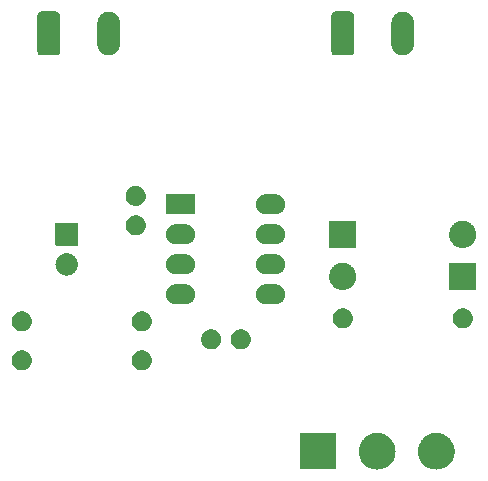
<source format=gbs>
G04 #@! TF.GenerationSoftware,KiCad,Pcbnew,8.0.6*
G04 #@! TF.CreationDate,2024-11-03T16:49:19-03:00*
G04 #@! TF.ProjectId,555-gerador-PWM-r01,3535352d-6765-4726-9164-6f722d50574d,rev?*
G04 #@! TF.SameCoordinates,Original*
G04 #@! TF.FileFunction,Soldermask,Bot*
G04 #@! TF.FilePolarity,Negative*
%FSLAX46Y46*%
G04 Gerber Fmt 4.6, Leading zero omitted, Abs format (unit mm)*
G04 Created by KiCad (PCBNEW 8.0.6) date 2024-11-03 16:49:19*
%MOMM*%
%LPD*%
G01*
G04 APERTURE LIST*
G04 APERTURE END LIST*
G36*
X153860940Y-124249000D02*
G01*
X153916231Y-124249000D01*
X153976647Y-124258106D01*
X154043380Y-124263358D01*
X154097167Y-124276271D01*
X154146096Y-124283646D01*
X154210039Y-124303369D01*
X154280767Y-124320350D01*
X154326493Y-124339290D01*
X154368235Y-124352166D01*
X154433768Y-124383725D01*
X154506317Y-124413776D01*
X154543559Y-124436597D01*
X154577672Y-124453026D01*
X154642561Y-124497267D01*
X154714474Y-124541335D01*
X154743267Y-124565927D01*
X154769745Y-124583979D01*
X154831570Y-124641344D01*
X154900114Y-124699886D01*
X154920927Y-124724255D01*
X154940155Y-124742096D01*
X154996367Y-124812585D01*
X155058665Y-124885526D01*
X155072367Y-124907886D01*
X155085090Y-124923840D01*
X155133066Y-125006937D01*
X155186224Y-125093683D01*
X155194032Y-125112535D01*
X155201320Y-125125157D01*
X155238486Y-125219855D01*
X155279650Y-125319233D01*
X155283054Y-125333412D01*
X155286248Y-125341550D01*
X155310168Y-125446351D01*
X155336642Y-125556620D01*
X155337328Y-125565345D01*
X155337978Y-125568190D01*
X155346448Y-125681230D01*
X155355796Y-125800000D01*
X155346448Y-125918779D01*
X155337978Y-126031809D01*
X155337328Y-126034653D01*
X155336642Y-126043380D01*
X155310163Y-126153668D01*
X155286248Y-126258449D01*
X155283054Y-126266585D01*
X155279650Y-126280767D01*
X155238478Y-126380162D01*
X155201320Y-126474842D01*
X155194034Y-126487461D01*
X155186224Y-126506317D01*
X155133056Y-126593078D01*
X155085090Y-126676159D01*
X155072370Y-126692109D01*
X155058665Y-126714474D01*
X154996355Y-126787429D01*
X154940155Y-126857903D01*
X154920931Y-126875739D01*
X154900114Y-126900114D01*
X154831556Y-126958667D01*
X154769745Y-127016020D01*
X154743273Y-127034067D01*
X154714474Y-127058665D01*
X154642547Y-127102741D01*
X154577672Y-127146973D01*
X154543566Y-127163397D01*
X154506317Y-127186224D01*
X154433753Y-127216280D01*
X154368235Y-127247833D01*
X154326503Y-127260705D01*
X154280767Y-127279650D01*
X154210024Y-127296633D01*
X154146096Y-127316353D01*
X154097176Y-127323726D01*
X154043380Y-127336642D01*
X153976643Y-127341894D01*
X153916231Y-127351000D01*
X153860940Y-127351000D01*
X153800000Y-127355796D01*
X153739060Y-127351000D01*
X153683769Y-127351000D01*
X153623355Y-127341894D01*
X153556620Y-127336642D01*
X153502824Y-127323726D01*
X153453903Y-127316353D01*
X153389970Y-127296632D01*
X153319233Y-127279650D01*
X153273499Y-127260706D01*
X153231764Y-127247833D01*
X153166239Y-127216278D01*
X153093683Y-127186224D01*
X153056436Y-127163399D01*
X153022325Y-127146972D01*
X152957439Y-127102733D01*
X152885526Y-127058665D01*
X152856730Y-127034071D01*
X152830257Y-127016022D01*
X152768437Y-126958662D01*
X152699886Y-126900114D01*
X152679071Y-126875743D01*
X152659844Y-126857903D01*
X152603629Y-126787411D01*
X152541335Y-126714474D01*
X152527633Y-126692114D01*
X152514909Y-126676159D01*
X152466926Y-126593050D01*
X152413776Y-126506317D01*
X152405968Y-126487467D01*
X152398679Y-126474842D01*
X152361502Y-126380116D01*
X152320350Y-126280767D01*
X152316946Y-126266591D01*
X152313751Y-126258449D01*
X152289815Y-126153583D01*
X152263358Y-126043380D01*
X152262671Y-126034660D01*
X152262021Y-126031809D01*
X152253531Y-125918513D01*
X152244204Y-125800000D01*
X152253530Y-125681496D01*
X152262021Y-125568190D01*
X152262671Y-125565338D01*
X152263358Y-125556620D01*
X152289811Y-125446435D01*
X152313751Y-125341550D01*
X152316947Y-125333405D01*
X152320350Y-125319233D01*
X152361494Y-125219901D01*
X152398679Y-125125157D01*
X152405969Y-125112529D01*
X152413776Y-125093683D01*
X152466916Y-125006965D01*
X152514909Y-124923840D01*
X152527635Y-124907880D01*
X152541335Y-124885526D01*
X152603617Y-124812602D01*
X152659844Y-124742096D01*
X152679076Y-124724251D01*
X152699886Y-124699886D01*
X152768424Y-124641349D01*
X152830257Y-124583977D01*
X152856736Y-124565923D01*
X152885526Y-124541335D01*
X152957424Y-124497275D01*
X153022325Y-124453027D01*
X153056444Y-124436595D01*
X153093683Y-124413776D01*
X153166224Y-124383728D01*
X153231764Y-124352166D01*
X153273509Y-124339289D01*
X153319233Y-124320350D01*
X153389956Y-124303370D01*
X153453903Y-124283646D01*
X153502833Y-124276271D01*
X153556620Y-124263358D01*
X153623352Y-124258106D01*
X153683769Y-124249000D01*
X153739060Y-124249000D01*
X153800000Y-124244204D01*
X153860940Y-124249000D01*
G37*
G36*
X158860940Y-124249000D02*
G01*
X158916231Y-124249000D01*
X158976647Y-124258106D01*
X159043380Y-124263358D01*
X159097167Y-124276271D01*
X159146096Y-124283646D01*
X159210039Y-124303369D01*
X159280767Y-124320350D01*
X159326493Y-124339290D01*
X159368235Y-124352166D01*
X159433768Y-124383725D01*
X159506317Y-124413776D01*
X159543559Y-124436597D01*
X159577672Y-124453026D01*
X159642561Y-124497267D01*
X159714474Y-124541335D01*
X159743267Y-124565927D01*
X159769745Y-124583979D01*
X159831570Y-124641344D01*
X159900114Y-124699886D01*
X159920927Y-124724255D01*
X159940155Y-124742096D01*
X159996367Y-124812585D01*
X160058665Y-124885526D01*
X160072367Y-124907886D01*
X160085090Y-124923840D01*
X160133066Y-125006937D01*
X160186224Y-125093683D01*
X160194032Y-125112535D01*
X160201320Y-125125157D01*
X160238486Y-125219855D01*
X160279650Y-125319233D01*
X160283054Y-125333412D01*
X160286248Y-125341550D01*
X160310168Y-125446351D01*
X160336642Y-125556620D01*
X160337328Y-125565345D01*
X160337978Y-125568190D01*
X160346448Y-125681230D01*
X160355796Y-125800000D01*
X160346448Y-125918779D01*
X160337978Y-126031809D01*
X160337328Y-126034653D01*
X160336642Y-126043380D01*
X160310163Y-126153668D01*
X160286248Y-126258449D01*
X160283054Y-126266585D01*
X160279650Y-126280767D01*
X160238478Y-126380162D01*
X160201320Y-126474842D01*
X160194034Y-126487461D01*
X160186224Y-126506317D01*
X160133056Y-126593078D01*
X160085090Y-126676159D01*
X160072370Y-126692109D01*
X160058665Y-126714474D01*
X159996355Y-126787429D01*
X159940155Y-126857903D01*
X159920931Y-126875739D01*
X159900114Y-126900114D01*
X159831556Y-126958667D01*
X159769745Y-127016020D01*
X159743273Y-127034067D01*
X159714474Y-127058665D01*
X159642547Y-127102741D01*
X159577672Y-127146973D01*
X159543566Y-127163397D01*
X159506317Y-127186224D01*
X159433753Y-127216280D01*
X159368235Y-127247833D01*
X159326503Y-127260705D01*
X159280767Y-127279650D01*
X159210024Y-127296633D01*
X159146096Y-127316353D01*
X159097176Y-127323726D01*
X159043380Y-127336642D01*
X158976643Y-127341894D01*
X158916231Y-127351000D01*
X158860940Y-127351000D01*
X158800000Y-127355796D01*
X158739060Y-127351000D01*
X158683769Y-127351000D01*
X158623355Y-127341894D01*
X158556620Y-127336642D01*
X158502824Y-127323726D01*
X158453903Y-127316353D01*
X158389970Y-127296632D01*
X158319233Y-127279650D01*
X158273499Y-127260706D01*
X158231764Y-127247833D01*
X158166239Y-127216278D01*
X158093683Y-127186224D01*
X158056436Y-127163399D01*
X158022325Y-127146972D01*
X157957439Y-127102733D01*
X157885526Y-127058665D01*
X157856730Y-127034071D01*
X157830257Y-127016022D01*
X157768437Y-126958662D01*
X157699886Y-126900114D01*
X157679071Y-126875743D01*
X157659844Y-126857903D01*
X157603629Y-126787411D01*
X157541335Y-126714474D01*
X157527633Y-126692114D01*
X157514909Y-126676159D01*
X157466926Y-126593050D01*
X157413776Y-126506317D01*
X157405968Y-126487467D01*
X157398679Y-126474842D01*
X157361502Y-126380116D01*
X157320350Y-126280767D01*
X157316946Y-126266591D01*
X157313751Y-126258449D01*
X157289815Y-126153583D01*
X157263358Y-126043380D01*
X157262671Y-126034660D01*
X157262021Y-126031809D01*
X157253531Y-125918513D01*
X157244204Y-125800000D01*
X157253530Y-125681496D01*
X157262021Y-125568190D01*
X157262671Y-125565338D01*
X157263358Y-125556620D01*
X157289811Y-125446435D01*
X157313751Y-125341550D01*
X157316947Y-125333405D01*
X157320350Y-125319233D01*
X157361494Y-125219901D01*
X157398679Y-125125157D01*
X157405969Y-125112529D01*
X157413776Y-125093683D01*
X157466916Y-125006965D01*
X157514909Y-124923840D01*
X157527635Y-124907880D01*
X157541335Y-124885526D01*
X157603617Y-124812602D01*
X157659844Y-124742096D01*
X157679076Y-124724251D01*
X157699886Y-124699886D01*
X157768424Y-124641349D01*
X157830257Y-124583977D01*
X157856736Y-124565923D01*
X157885526Y-124541335D01*
X157957424Y-124497275D01*
X158022325Y-124453027D01*
X158056444Y-124436595D01*
X158093683Y-124413776D01*
X158166224Y-124383728D01*
X158231764Y-124352166D01*
X158273509Y-124339289D01*
X158319233Y-124320350D01*
X158389956Y-124303370D01*
X158453903Y-124283646D01*
X158502833Y-124276271D01*
X158556620Y-124263358D01*
X158623352Y-124258106D01*
X158683769Y-124249000D01*
X158739060Y-124249000D01*
X158800000Y-124244204D01*
X158860940Y-124249000D01*
G37*
G36*
X150319899Y-124251959D02*
G01*
X150336769Y-124263231D01*
X150348041Y-124280101D01*
X150350999Y-124294978D01*
X150351000Y-127305023D01*
X150348041Y-127319899D01*
X150336769Y-127336769D01*
X150319899Y-127348041D01*
X150305022Y-127350999D01*
X147294977Y-127351000D01*
X147280101Y-127348041D01*
X147263231Y-127336769D01*
X147251959Y-127319899D01*
X147249001Y-127305023D01*
X147249000Y-127305020D01*
X147249000Y-124294977D01*
X147251959Y-124280100D01*
X147263231Y-124263231D01*
X147280098Y-124251960D01*
X147280100Y-124251959D01*
X147280101Y-124251959D01*
X147285082Y-124250968D01*
X147294979Y-124249000D01*
X150305022Y-124249000D01*
X150305023Y-124249000D01*
X150319899Y-124251959D01*
G37*
G36*
X123739199Y-117263662D02*
G01*
X123786954Y-117263662D01*
X123828194Y-117272427D01*
X123863901Y-117275945D01*
X123908759Y-117289552D01*
X123960973Y-117300651D01*
X123994384Y-117315526D01*
X124023435Y-117324339D01*
X124069602Y-117349015D01*
X124123500Y-117373012D01*
X124148554Y-117391215D01*
X124170453Y-117402920D01*
X124215128Y-117439584D01*
X124267430Y-117477584D01*
X124284411Y-117496443D01*
X124299320Y-117508679D01*
X124339387Y-117557501D01*
X124386473Y-117609795D01*
X124396364Y-117626927D01*
X124405079Y-117637546D01*
X124437306Y-117697840D01*
X124475427Y-117763867D01*
X124479813Y-117777368D01*
X124483660Y-117784564D01*
X124504861Y-117854455D01*
X124530404Y-117933067D01*
X124531303Y-117941623D01*
X124532054Y-117944098D01*
X124539371Y-118018389D01*
X124549000Y-118110000D01*
X124539370Y-118201619D01*
X124532054Y-118275901D01*
X124531303Y-118278375D01*
X124530404Y-118286933D01*
X124504856Y-118365558D01*
X124483660Y-118435435D01*
X124479814Y-118442629D01*
X124475427Y-118456133D01*
X124437299Y-118522172D01*
X124405079Y-118582453D01*
X124396366Y-118593069D01*
X124386473Y-118610205D01*
X124339378Y-118662509D01*
X124299320Y-118711320D01*
X124284414Y-118723552D01*
X124267430Y-118742416D01*
X124215118Y-118780423D01*
X124170453Y-118817079D01*
X124148559Y-118828780D01*
X124123500Y-118846988D01*
X124069591Y-118870989D01*
X124023435Y-118895660D01*
X123994391Y-118904470D01*
X123960973Y-118919349D01*
X123908748Y-118930449D01*
X123863901Y-118944054D01*
X123828203Y-118947570D01*
X123786954Y-118956338D01*
X123739188Y-118956338D01*
X123698000Y-118960395D01*
X123656811Y-118956338D01*
X123609046Y-118956338D01*
X123567797Y-118947570D01*
X123532098Y-118944054D01*
X123487248Y-118930448D01*
X123435027Y-118919349D01*
X123401610Y-118904471D01*
X123372564Y-118895660D01*
X123326402Y-118870986D01*
X123272500Y-118846988D01*
X123247443Y-118828783D01*
X123225546Y-118817079D01*
X123180873Y-118780416D01*
X123128570Y-118742416D01*
X123111588Y-118723555D01*
X123096679Y-118711320D01*
X123056610Y-118662496D01*
X123009527Y-118610205D01*
X122999636Y-118593073D01*
X122990920Y-118582453D01*
X122958687Y-118522148D01*
X122920573Y-118456133D01*
X122916186Y-118442634D01*
X122912339Y-118435435D01*
X122891128Y-118365512D01*
X122865596Y-118286933D01*
X122864697Y-118278380D01*
X122863945Y-118275901D01*
X122856613Y-118201467D01*
X122847000Y-118110000D01*
X122856612Y-118018540D01*
X122863945Y-117944098D01*
X122864697Y-117941618D01*
X122865596Y-117933067D01*
X122891123Y-117854502D01*
X122912339Y-117784564D01*
X122916187Y-117777363D01*
X122920573Y-117763867D01*
X122958680Y-117697863D01*
X122990920Y-117637546D01*
X122999638Y-117626923D01*
X123009527Y-117609795D01*
X123056601Y-117557513D01*
X123096679Y-117508679D01*
X123111591Y-117496440D01*
X123128570Y-117477584D01*
X123180862Y-117439591D01*
X123225546Y-117402920D01*
X123247448Y-117391213D01*
X123272500Y-117373012D01*
X123326391Y-117349018D01*
X123372564Y-117324339D01*
X123401617Y-117315525D01*
X123435027Y-117300651D01*
X123487237Y-117289553D01*
X123532098Y-117275945D01*
X123567806Y-117272427D01*
X123609046Y-117263662D01*
X123656801Y-117263662D01*
X123698000Y-117259604D01*
X123739199Y-117263662D01*
G37*
G36*
X133899199Y-117263662D02*
G01*
X133946954Y-117263662D01*
X133988194Y-117272427D01*
X134023901Y-117275945D01*
X134068759Y-117289552D01*
X134120973Y-117300651D01*
X134154384Y-117315526D01*
X134183435Y-117324339D01*
X134229602Y-117349015D01*
X134283500Y-117373012D01*
X134308554Y-117391215D01*
X134330453Y-117402920D01*
X134375128Y-117439584D01*
X134427430Y-117477584D01*
X134444411Y-117496443D01*
X134459320Y-117508679D01*
X134499387Y-117557501D01*
X134546473Y-117609795D01*
X134556364Y-117626927D01*
X134565079Y-117637546D01*
X134597306Y-117697840D01*
X134635427Y-117763867D01*
X134639813Y-117777368D01*
X134643660Y-117784564D01*
X134664861Y-117854455D01*
X134690404Y-117933067D01*
X134691303Y-117941623D01*
X134692054Y-117944098D01*
X134699371Y-118018389D01*
X134709000Y-118110000D01*
X134699370Y-118201619D01*
X134692054Y-118275901D01*
X134691303Y-118278375D01*
X134690404Y-118286933D01*
X134664856Y-118365558D01*
X134643660Y-118435435D01*
X134639814Y-118442629D01*
X134635427Y-118456133D01*
X134597299Y-118522172D01*
X134565079Y-118582453D01*
X134556366Y-118593069D01*
X134546473Y-118610205D01*
X134499378Y-118662509D01*
X134459320Y-118711320D01*
X134444414Y-118723552D01*
X134427430Y-118742416D01*
X134375118Y-118780423D01*
X134330453Y-118817079D01*
X134308559Y-118828780D01*
X134283500Y-118846988D01*
X134229591Y-118870989D01*
X134183435Y-118895660D01*
X134154391Y-118904470D01*
X134120973Y-118919349D01*
X134068748Y-118930449D01*
X134023901Y-118944054D01*
X133988203Y-118947570D01*
X133946954Y-118956338D01*
X133899188Y-118956338D01*
X133858000Y-118960395D01*
X133816811Y-118956338D01*
X133769046Y-118956338D01*
X133727797Y-118947570D01*
X133692098Y-118944054D01*
X133647248Y-118930448D01*
X133595027Y-118919349D01*
X133561610Y-118904471D01*
X133532564Y-118895660D01*
X133486402Y-118870986D01*
X133432500Y-118846988D01*
X133407443Y-118828783D01*
X133385546Y-118817079D01*
X133340873Y-118780416D01*
X133288570Y-118742416D01*
X133271588Y-118723555D01*
X133256679Y-118711320D01*
X133216610Y-118662496D01*
X133169527Y-118610205D01*
X133159636Y-118593073D01*
X133150920Y-118582453D01*
X133118687Y-118522148D01*
X133080573Y-118456133D01*
X133076186Y-118442634D01*
X133072339Y-118435435D01*
X133051128Y-118365512D01*
X133025596Y-118286933D01*
X133024697Y-118278380D01*
X133023945Y-118275901D01*
X133016613Y-118201467D01*
X133007000Y-118110000D01*
X133016612Y-118018540D01*
X133023945Y-117944098D01*
X133024697Y-117941618D01*
X133025596Y-117933067D01*
X133051123Y-117854502D01*
X133072339Y-117784564D01*
X133076187Y-117777363D01*
X133080573Y-117763867D01*
X133118680Y-117697863D01*
X133150920Y-117637546D01*
X133159638Y-117626923D01*
X133169527Y-117609795D01*
X133216601Y-117557513D01*
X133256679Y-117508679D01*
X133271591Y-117496440D01*
X133288570Y-117477584D01*
X133340862Y-117439591D01*
X133385546Y-117402920D01*
X133407448Y-117391213D01*
X133432500Y-117373012D01*
X133486391Y-117349018D01*
X133532564Y-117324339D01*
X133561617Y-117315525D01*
X133595027Y-117300651D01*
X133647237Y-117289553D01*
X133692098Y-117275945D01*
X133727806Y-117272427D01*
X133769046Y-117263662D01*
X133816801Y-117263662D01*
X133858000Y-117259604D01*
X133899199Y-117263662D01*
G37*
G36*
X139781199Y-115485662D02*
G01*
X139828954Y-115485662D01*
X139870194Y-115494427D01*
X139905901Y-115497945D01*
X139950759Y-115511552D01*
X140002973Y-115522651D01*
X140036384Y-115537526D01*
X140065435Y-115546339D01*
X140111602Y-115571015D01*
X140165500Y-115595012D01*
X140190554Y-115613215D01*
X140212453Y-115624920D01*
X140257128Y-115661584D01*
X140309430Y-115699584D01*
X140326411Y-115718443D01*
X140341320Y-115730679D01*
X140381387Y-115779501D01*
X140428473Y-115831795D01*
X140438364Y-115848927D01*
X140447079Y-115859546D01*
X140479306Y-115919840D01*
X140517427Y-115985867D01*
X140521813Y-115999368D01*
X140525660Y-116006564D01*
X140546861Y-116076455D01*
X140572404Y-116155067D01*
X140573303Y-116163623D01*
X140574054Y-116166098D01*
X140581371Y-116240389D01*
X140591000Y-116332000D01*
X140581370Y-116423619D01*
X140574054Y-116497901D01*
X140573303Y-116500375D01*
X140572404Y-116508933D01*
X140546856Y-116587558D01*
X140525660Y-116657435D01*
X140521814Y-116664629D01*
X140517427Y-116678133D01*
X140479299Y-116744172D01*
X140447079Y-116804453D01*
X140438366Y-116815069D01*
X140428473Y-116832205D01*
X140381378Y-116884509D01*
X140341320Y-116933320D01*
X140326414Y-116945552D01*
X140309430Y-116964416D01*
X140257118Y-117002423D01*
X140212453Y-117039079D01*
X140190559Y-117050780D01*
X140165500Y-117068988D01*
X140111591Y-117092989D01*
X140065435Y-117117660D01*
X140036391Y-117126470D01*
X140002973Y-117141349D01*
X139950748Y-117152449D01*
X139905901Y-117166054D01*
X139870203Y-117169570D01*
X139828954Y-117178338D01*
X139781188Y-117178338D01*
X139740000Y-117182395D01*
X139698811Y-117178338D01*
X139651046Y-117178338D01*
X139609797Y-117169570D01*
X139574098Y-117166054D01*
X139529248Y-117152448D01*
X139477027Y-117141349D01*
X139443610Y-117126471D01*
X139414564Y-117117660D01*
X139368402Y-117092986D01*
X139314500Y-117068988D01*
X139289443Y-117050783D01*
X139267546Y-117039079D01*
X139222873Y-117002416D01*
X139170570Y-116964416D01*
X139153588Y-116945555D01*
X139138679Y-116933320D01*
X139098610Y-116884496D01*
X139051527Y-116832205D01*
X139041636Y-116815073D01*
X139032920Y-116804453D01*
X139000687Y-116744148D01*
X138962573Y-116678133D01*
X138958186Y-116664634D01*
X138954339Y-116657435D01*
X138933128Y-116587512D01*
X138907596Y-116508933D01*
X138906697Y-116500380D01*
X138905945Y-116497901D01*
X138898613Y-116423467D01*
X138889000Y-116332000D01*
X138898612Y-116240540D01*
X138905945Y-116166098D01*
X138906697Y-116163618D01*
X138907596Y-116155067D01*
X138933123Y-116076502D01*
X138954339Y-116006564D01*
X138958187Y-115999363D01*
X138962573Y-115985867D01*
X139000680Y-115919863D01*
X139032920Y-115859546D01*
X139041638Y-115848923D01*
X139051527Y-115831795D01*
X139098601Y-115779513D01*
X139138679Y-115730679D01*
X139153591Y-115718440D01*
X139170570Y-115699584D01*
X139222862Y-115661591D01*
X139267546Y-115624920D01*
X139289448Y-115613213D01*
X139314500Y-115595012D01*
X139368391Y-115571018D01*
X139414564Y-115546339D01*
X139443617Y-115537525D01*
X139477027Y-115522651D01*
X139529237Y-115511553D01*
X139574098Y-115497945D01*
X139609806Y-115494427D01*
X139651046Y-115485662D01*
X139698801Y-115485662D01*
X139740000Y-115481604D01*
X139781199Y-115485662D01*
G37*
G36*
X142281199Y-115485662D02*
G01*
X142328954Y-115485662D01*
X142370194Y-115494427D01*
X142405901Y-115497945D01*
X142450759Y-115511552D01*
X142502973Y-115522651D01*
X142536384Y-115537526D01*
X142565435Y-115546339D01*
X142611602Y-115571015D01*
X142665500Y-115595012D01*
X142690554Y-115613215D01*
X142712453Y-115624920D01*
X142757128Y-115661584D01*
X142809430Y-115699584D01*
X142826411Y-115718443D01*
X142841320Y-115730679D01*
X142881387Y-115779501D01*
X142928473Y-115831795D01*
X142938364Y-115848927D01*
X142947079Y-115859546D01*
X142979306Y-115919840D01*
X143017427Y-115985867D01*
X143021813Y-115999368D01*
X143025660Y-116006564D01*
X143046861Y-116076455D01*
X143072404Y-116155067D01*
X143073303Y-116163623D01*
X143074054Y-116166098D01*
X143081371Y-116240389D01*
X143091000Y-116332000D01*
X143081370Y-116423619D01*
X143074054Y-116497901D01*
X143073303Y-116500375D01*
X143072404Y-116508933D01*
X143046856Y-116587558D01*
X143025660Y-116657435D01*
X143021814Y-116664629D01*
X143017427Y-116678133D01*
X142979299Y-116744172D01*
X142947079Y-116804453D01*
X142938366Y-116815069D01*
X142928473Y-116832205D01*
X142881378Y-116884509D01*
X142841320Y-116933320D01*
X142826414Y-116945552D01*
X142809430Y-116964416D01*
X142757118Y-117002423D01*
X142712453Y-117039079D01*
X142690559Y-117050780D01*
X142665500Y-117068988D01*
X142611591Y-117092989D01*
X142565435Y-117117660D01*
X142536391Y-117126470D01*
X142502973Y-117141349D01*
X142450748Y-117152449D01*
X142405901Y-117166054D01*
X142370203Y-117169570D01*
X142328954Y-117178338D01*
X142281188Y-117178338D01*
X142240000Y-117182395D01*
X142198811Y-117178338D01*
X142151046Y-117178338D01*
X142109797Y-117169570D01*
X142074098Y-117166054D01*
X142029248Y-117152448D01*
X141977027Y-117141349D01*
X141943610Y-117126471D01*
X141914564Y-117117660D01*
X141868402Y-117092986D01*
X141814500Y-117068988D01*
X141789443Y-117050783D01*
X141767546Y-117039079D01*
X141722873Y-117002416D01*
X141670570Y-116964416D01*
X141653588Y-116945555D01*
X141638679Y-116933320D01*
X141598610Y-116884496D01*
X141551527Y-116832205D01*
X141541636Y-116815073D01*
X141532920Y-116804453D01*
X141500687Y-116744148D01*
X141462573Y-116678133D01*
X141458186Y-116664634D01*
X141454339Y-116657435D01*
X141433128Y-116587512D01*
X141407596Y-116508933D01*
X141406697Y-116500380D01*
X141405945Y-116497901D01*
X141398613Y-116423467D01*
X141389000Y-116332000D01*
X141398612Y-116240540D01*
X141405945Y-116166098D01*
X141406697Y-116163618D01*
X141407596Y-116155067D01*
X141433123Y-116076502D01*
X141454339Y-116006564D01*
X141458187Y-115999363D01*
X141462573Y-115985867D01*
X141500680Y-115919863D01*
X141532920Y-115859546D01*
X141541638Y-115848923D01*
X141551527Y-115831795D01*
X141598601Y-115779513D01*
X141638679Y-115730679D01*
X141653591Y-115718440D01*
X141670570Y-115699584D01*
X141722862Y-115661591D01*
X141767546Y-115624920D01*
X141789448Y-115613213D01*
X141814500Y-115595012D01*
X141868391Y-115571018D01*
X141914564Y-115546339D01*
X141943617Y-115537525D01*
X141977027Y-115522651D01*
X142029237Y-115511553D01*
X142074098Y-115497945D01*
X142109806Y-115494427D01*
X142151046Y-115485662D01*
X142198801Y-115485662D01*
X142240000Y-115481604D01*
X142281199Y-115485662D01*
G37*
G36*
X123739199Y-113961662D02*
G01*
X123786954Y-113961662D01*
X123828194Y-113970427D01*
X123863901Y-113973945D01*
X123908759Y-113987552D01*
X123960973Y-113998651D01*
X123994384Y-114013526D01*
X124023435Y-114022339D01*
X124069602Y-114047015D01*
X124123500Y-114071012D01*
X124148554Y-114089215D01*
X124170453Y-114100920D01*
X124215128Y-114137584D01*
X124267430Y-114175584D01*
X124284411Y-114194443D01*
X124299320Y-114206679D01*
X124339387Y-114255501D01*
X124386473Y-114307795D01*
X124396364Y-114324927D01*
X124405079Y-114335546D01*
X124437306Y-114395840D01*
X124475427Y-114461867D01*
X124479813Y-114475368D01*
X124483660Y-114482564D01*
X124504861Y-114552455D01*
X124530404Y-114631067D01*
X124531303Y-114639623D01*
X124532054Y-114642098D01*
X124539371Y-114716389D01*
X124549000Y-114808000D01*
X124539370Y-114899619D01*
X124532054Y-114973901D01*
X124531303Y-114976375D01*
X124530404Y-114984933D01*
X124504856Y-115063558D01*
X124483660Y-115133435D01*
X124479814Y-115140629D01*
X124475427Y-115154133D01*
X124437299Y-115220172D01*
X124405079Y-115280453D01*
X124396366Y-115291069D01*
X124386473Y-115308205D01*
X124339378Y-115360509D01*
X124299320Y-115409320D01*
X124284414Y-115421552D01*
X124267430Y-115440416D01*
X124215118Y-115478423D01*
X124170453Y-115515079D01*
X124148559Y-115526780D01*
X124123500Y-115544988D01*
X124069591Y-115568989D01*
X124023435Y-115593660D01*
X123994391Y-115602470D01*
X123960973Y-115617349D01*
X123908748Y-115628449D01*
X123863901Y-115642054D01*
X123828203Y-115645570D01*
X123786954Y-115654338D01*
X123739188Y-115654338D01*
X123698000Y-115658395D01*
X123656811Y-115654338D01*
X123609046Y-115654338D01*
X123567797Y-115645570D01*
X123532098Y-115642054D01*
X123487248Y-115628448D01*
X123435027Y-115617349D01*
X123401610Y-115602471D01*
X123372564Y-115593660D01*
X123326402Y-115568986D01*
X123272500Y-115544988D01*
X123247443Y-115526783D01*
X123225546Y-115515079D01*
X123180873Y-115478416D01*
X123128570Y-115440416D01*
X123111588Y-115421555D01*
X123096679Y-115409320D01*
X123056610Y-115360496D01*
X123009527Y-115308205D01*
X122999636Y-115291073D01*
X122990920Y-115280453D01*
X122958687Y-115220148D01*
X122920573Y-115154133D01*
X122916186Y-115140634D01*
X122912339Y-115133435D01*
X122891128Y-115063512D01*
X122865596Y-114984933D01*
X122864697Y-114976380D01*
X122863945Y-114973901D01*
X122856613Y-114899467D01*
X122847000Y-114808000D01*
X122856612Y-114716540D01*
X122863945Y-114642098D01*
X122864697Y-114639618D01*
X122865596Y-114631067D01*
X122891123Y-114552502D01*
X122912339Y-114482564D01*
X122916187Y-114475363D01*
X122920573Y-114461867D01*
X122958680Y-114395863D01*
X122990920Y-114335546D01*
X122999638Y-114324923D01*
X123009527Y-114307795D01*
X123056601Y-114255513D01*
X123096679Y-114206679D01*
X123111591Y-114194440D01*
X123128570Y-114175584D01*
X123180862Y-114137591D01*
X123225546Y-114100920D01*
X123247448Y-114089213D01*
X123272500Y-114071012D01*
X123326391Y-114047018D01*
X123372564Y-114022339D01*
X123401617Y-114013525D01*
X123435027Y-113998651D01*
X123487237Y-113987553D01*
X123532098Y-113973945D01*
X123567806Y-113970427D01*
X123609046Y-113961662D01*
X123656801Y-113961662D01*
X123698000Y-113957604D01*
X123739199Y-113961662D01*
G37*
G36*
X133899199Y-113961662D02*
G01*
X133946954Y-113961662D01*
X133988194Y-113970427D01*
X134023901Y-113973945D01*
X134068759Y-113987552D01*
X134120973Y-113998651D01*
X134154384Y-114013526D01*
X134183435Y-114022339D01*
X134229602Y-114047015D01*
X134283500Y-114071012D01*
X134308554Y-114089215D01*
X134330453Y-114100920D01*
X134375128Y-114137584D01*
X134427430Y-114175584D01*
X134444411Y-114194443D01*
X134459320Y-114206679D01*
X134499387Y-114255501D01*
X134546473Y-114307795D01*
X134556364Y-114324927D01*
X134565079Y-114335546D01*
X134597306Y-114395840D01*
X134635427Y-114461867D01*
X134639813Y-114475368D01*
X134643660Y-114482564D01*
X134664861Y-114552455D01*
X134690404Y-114631067D01*
X134691303Y-114639623D01*
X134692054Y-114642098D01*
X134699371Y-114716389D01*
X134709000Y-114808000D01*
X134699370Y-114899619D01*
X134692054Y-114973901D01*
X134691303Y-114976375D01*
X134690404Y-114984933D01*
X134664856Y-115063558D01*
X134643660Y-115133435D01*
X134639814Y-115140629D01*
X134635427Y-115154133D01*
X134597299Y-115220172D01*
X134565079Y-115280453D01*
X134556366Y-115291069D01*
X134546473Y-115308205D01*
X134499378Y-115360509D01*
X134459320Y-115409320D01*
X134444414Y-115421552D01*
X134427430Y-115440416D01*
X134375118Y-115478423D01*
X134330453Y-115515079D01*
X134308559Y-115526780D01*
X134283500Y-115544988D01*
X134229591Y-115568989D01*
X134183435Y-115593660D01*
X134154391Y-115602470D01*
X134120973Y-115617349D01*
X134068748Y-115628449D01*
X134023901Y-115642054D01*
X133988203Y-115645570D01*
X133946954Y-115654338D01*
X133899188Y-115654338D01*
X133858000Y-115658395D01*
X133816811Y-115654338D01*
X133769046Y-115654338D01*
X133727797Y-115645570D01*
X133692098Y-115642054D01*
X133647248Y-115628448D01*
X133595027Y-115617349D01*
X133561610Y-115602471D01*
X133532564Y-115593660D01*
X133486402Y-115568986D01*
X133432500Y-115544988D01*
X133407443Y-115526783D01*
X133385546Y-115515079D01*
X133340873Y-115478416D01*
X133288570Y-115440416D01*
X133271588Y-115421555D01*
X133256679Y-115409320D01*
X133216610Y-115360496D01*
X133169527Y-115308205D01*
X133159636Y-115291073D01*
X133150920Y-115280453D01*
X133118687Y-115220148D01*
X133080573Y-115154133D01*
X133076186Y-115140634D01*
X133072339Y-115133435D01*
X133051128Y-115063512D01*
X133025596Y-114984933D01*
X133024697Y-114976380D01*
X133023945Y-114973901D01*
X133016613Y-114899467D01*
X133007000Y-114808000D01*
X133016612Y-114716540D01*
X133023945Y-114642098D01*
X133024697Y-114639618D01*
X133025596Y-114631067D01*
X133051123Y-114552502D01*
X133072339Y-114482564D01*
X133076187Y-114475363D01*
X133080573Y-114461867D01*
X133118680Y-114395863D01*
X133150920Y-114335546D01*
X133159638Y-114324923D01*
X133169527Y-114307795D01*
X133216601Y-114255513D01*
X133256679Y-114206679D01*
X133271591Y-114194440D01*
X133288570Y-114175584D01*
X133340862Y-114137591D01*
X133385546Y-114100920D01*
X133407448Y-114089213D01*
X133432500Y-114071012D01*
X133486391Y-114047018D01*
X133532564Y-114022339D01*
X133561617Y-114013525D01*
X133595027Y-113998651D01*
X133647237Y-113987553D01*
X133692098Y-113973945D01*
X133727806Y-113970427D01*
X133769046Y-113961662D01*
X133816801Y-113961662D01*
X133858000Y-113957604D01*
X133899199Y-113961662D01*
G37*
G36*
X150917199Y-113707662D02*
G01*
X150964954Y-113707662D01*
X151006194Y-113716427D01*
X151041901Y-113719945D01*
X151086759Y-113733552D01*
X151138973Y-113744651D01*
X151172384Y-113759526D01*
X151201435Y-113768339D01*
X151247602Y-113793015D01*
X151301500Y-113817012D01*
X151326554Y-113835215D01*
X151348453Y-113846920D01*
X151393128Y-113883584D01*
X151445430Y-113921584D01*
X151462411Y-113940443D01*
X151477320Y-113952679D01*
X151517387Y-114001501D01*
X151564473Y-114053795D01*
X151574364Y-114070927D01*
X151583079Y-114081546D01*
X151615306Y-114141840D01*
X151653427Y-114207867D01*
X151657813Y-114221368D01*
X151661660Y-114228564D01*
X151682861Y-114298455D01*
X151708404Y-114377067D01*
X151709303Y-114385623D01*
X151710054Y-114388098D01*
X151717371Y-114462389D01*
X151727000Y-114554000D01*
X151717370Y-114645619D01*
X151710054Y-114719901D01*
X151709303Y-114722375D01*
X151708404Y-114730933D01*
X151682856Y-114809558D01*
X151661660Y-114879435D01*
X151657814Y-114886629D01*
X151653427Y-114900133D01*
X151615299Y-114966172D01*
X151583079Y-115026453D01*
X151574366Y-115037069D01*
X151564473Y-115054205D01*
X151517378Y-115106509D01*
X151477320Y-115155320D01*
X151462414Y-115167552D01*
X151445430Y-115186416D01*
X151393118Y-115224423D01*
X151348453Y-115261079D01*
X151326559Y-115272780D01*
X151301500Y-115290988D01*
X151247591Y-115314989D01*
X151201435Y-115339660D01*
X151172391Y-115348470D01*
X151138973Y-115363349D01*
X151086748Y-115374449D01*
X151041901Y-115388054D01*
X151006203Y-115391570D01*
X150964954Y-115400338D01*
X150917188Y-115400338D01*
X150876000Y-115404395D01*
X150834811Y-115400338D01*
X150787046Y-115400338D01*
X150745797Y-115391570D01*
X150710098Y-115388054D01*
X150665248Y-115374448D01*
X150613027Y-115363349D01*
X150579610Y-115348471D01*
X150550564Y-115339660D01*
X150504402Y-115314986D01*
X150450500Y-115290988D01*
X150425443Y-115272783D01*
X150403546Y-115261079D01*
X150358873Y-115224416D01*
X150306570Y-115186416D01*
X150289588Y-115167555D01*
X150274679Y-115155320D01*
X150234610Y-115106496D01*
X150187527Y-115054205D01*
X150177636Y-115037073D01*
X150168920Y-115026453D01*
X150136687Y-114966148D01*
X150098573Y-114900133D01*
X150094186Y-114886634D01*
X150090339Y-114879435D01*
X150069128Y-114809512D01*
X150043596Y-114730933D01*
X150042697Y-114722380D01*
X150041945Y-114719901D01*
X150034613Y-114645467D01*
X150025000Y-114554000D01*
X150034612Y-114462540D01*
X150041945Y-114388098D01*
X150042697Y-114385618D01*
X150043596Y-114377067D01*
X150069123Y-114298502D01*
X150090339Y-114228564D01*
X150094187Y-114221363D01*
X150098573Y-114207867D01*
X150136680Y-114141863D01*
X150168920Y-114081546D01*
X150177638Y-114070923D01*
X150187527Y-114053795D01*
X150234601Y-114001513D01*
X150274679Y-113952679D01*
X150289591Y-113940440D01*
X150306570Y-113921584D01*
X150358862Y-113883591D01*
X150403546Y-113846920D01*
X150425448Y-113835213D01*
X150450500Y-113817012D01*
X150504391Y-113793018D01*
X150550564Y-113768339D01*
X150579617Y-113759525D01*
X150613027Y-113744651D01*
X150665237Y-113733553D01*
X150710098Y-113719945D01*
X150745806Y-113716427D01*
X150787046Y-113707662D01*
X150834801Y-113707662D01*
X150876000Y-113703604D01*
X150917199Y-113707662D01*
G37*
G36*
X161077199Y-113707662D02*
G01*
X161124954Y-113707662D01*
X161166194Y-113716427D01*
X161201901Y-113719945D01*
X161246759Y-113733552D01*
X161298973Y-113744651D01*
X161332384Y-113759526D01*
X161361435Y-113768339D01*
X161407602Y-113793015D01*
X161461500Y-113817012D01*
X161486554Y-113835215D01*
X161508453Y-113846920D01*
X161553128Y-113883584D01*
X161605430Y-113921584D01*
X161622411Y-113940443D01*
X161637320Y-113952679D01*
X161677387Y-114001501D01*
X161724473Y-114053795D01*
X161734364Y-114070927D01*
X161743079Y-114081546D01*
X161775306Y-114141840D01*
X161813427Y-114207867D01*
X161817813Y-114221368D01*
X161821660Y-114228564D01*
X161842861Y-114298455D01*
X161868404Y-114377067D01*
X161869303Y-114385623D01*
X161870054Y-114388098D01*
X161877371Y-114462389D01*
X161887000Y-114554000D01*
X161877370Y-114645619D01*
X161870054Y-114719901D01*
X161869303Y-114722375D01*
X161868404Y-114730933D01*
X161842856Y-114809558D01*
X161821660Y-114879435D01*
X161817814Y-114886629D01*
X161813427Y-114900133D01*
X161775299Y-114966172D01*
X161743079Y-115026453D01*
X161734366Y-115037069D01*
X161724473Y-115054205D01*
X161677378Y-115106509D01*
X161637320Y-115155320D01*
X161622414Y-115167552D01*
X161605430Y-115186416D01*
X161553118Y-115224423D01*
X161508453Y-115261079D01*
X161486559Y-115272780D01*
X161461500Y-115290988D01*
X161407591Y-115314989D01*
X161361435Y-115339660D01*
X161332391Y-115348470D01*
X161298973Y-115363349D01*
X161246748Y-115374449D01*
X161201901Y-115388054D01*
X161166203Y-115391570D01*
X161124954Y-115400338D01*
X161077188Y-115400338D01*
X161036000Y-115404395D01*
X160994811Y-115400338D01*
X160947046Y-115400338D01*
X160905797Y-115391570D01*
X160870098Y-115388054D01*
X160825248Y-115374448D01*
X160773027Y-115363349D01*
X160739610Y-115348471D01*
X160710564Y-115339660D01*
X160664402Y-115314986D01*
X160610500Y-115290988D01*
X160585443Y-115272783D01*
X160563546Y-115261079D01*
X160518873Y-115224416D01*
X160466570Y-115186416D01*
X160449588Y-115167555D01*
X160434679Y-115155320D01*
X160394610Y-115106496D01*
X160347527Y-115054205D01*
X160337636Y-115037073D01*
X160328920Y-115026453D01*
X160296687Y-114966148D01*
X160258573Y-114900133D01*
X160254186Y-114886634D01*
X160250339Y-114879435D01*
X160229128Y-114809512D01*
X160203596Y-114730933D01*
X160202697Y-114722380D01*
X160201945Y-114719901D01*
X160194613Y-114645467D01*
X160185000Y-114554000D01*
X160194612Y-114462540D01*
X160201945Y-114388098D01*
X160202697Y-114385618D01*
X160203596Y-114377067D01*
X160229123Y-114298502D01*
X160250339Y-114228564D01*
X160254187Y-114221363D01*
X160258573Y-114207867D01*
X160296680Y-114141863D01*
X160328920Y-114081546D01*
X160337638Y-114070923D01*
X160347527Y-114053795D01*
X160394601Y-114001513D01*
X160434679Y-113952679D01*
X160449591Y-113940440D01*
X160466570Y-113921584D01*
X160518862Y-113883591D01*
X160563546Y-113846920D01*
X160585448Y-113835213D01*
X160610500Y-113817012D01*
X160664391Y-113793018D01*
X160710564Y-113768339D01*
X160739617Y-113759525D01*
X160773027Y-113744651D01*
X160825237Y-113733553D01*
X160870098Y-113719945D01*
X160905806Y-113716427D01*
X160947046Y-113707662D01*
X160994801Y-113707662D01*
X161036000Y-113703604D01*
X161077199Y-113707662D01*
G37*
G36*
X137643413Y-111675098D02*
G01*
X137807032Y-111707644D01*
X137961159Y-111771485D01*
X138099869Y-111864168D01*
X138217832Y-111982131D01*
X138310515Y-112120841D01*
X138374356Y-112274968D01*
X138406902Y-112438587D01*
X138406902Y-112605413D01*
X138374356Y-112769032D01*
X138310515Y-112923159D01*
X138217832Y-113061869D01*
X138099869Y-113179832D01*
X137961159Y-113272515D01*
X137807032Y-113336356D01*
X137643413Y-113368902D01*
X137560000Y-113373000D01*
X137556939Y-113373000D01*
X136763061Y-113373000D01*
X136760000Y-113373000D01*
X136676587Y-113368902D01*
X136512968Y-113336356D01*
X136358841Y-113272515D01*
X136220131Y-113179832D01*
X136102168Y-113061869D01*
X136009485Y-112923159D01*
X135945644Y-112769032D01*
X135913098Y-112605413D01*
X135913098Y-112438587D01*
X135945644Y-112274968D01*
X136009485Y-112120841D01*
X136102168Y-111982131D01*
X136220131Y-111864168D01*
X136358841Y-111771485D01*
X136512968Y-111707644D01*
X136676587Y-111675098D01*
X136760000Y-111671000D01*
X137560000Y-111671000D01*
X137643413Y-111675098D01*
G37*
G36*
X145263413Y-111675098D02*
G01*
X145427032Y-111707644D01*
X145581159Y-111771485D01*
X145719869Y-111864168D01*
X145837832Y-111982131D01*
X145930515Y-112120841D01*
X145994356Y-112274968D01*
X146026902Y-112438587D01*
X146026902Y-112605413D01*
X145994356Y-112769032D01*
X145930515Y-112923159D01*
X145837832Y-113061869D01*
X145719869Y-113179832D01*
X145581159Y-113272515D01*
X145427032Y-113336356D01*
X145263413Y-113368902D01*
X145180000Y-113373000D01*
X145176939Y-113373000D01*
X144383061Y-113373000D01*
X144380000Y-113373000D01*
X144296587Y-113368902D01*
X144132968Y-113336356D01*
X143978841Y-113272515D01*
X143840131Y-113179832D01*
X143722168Y-113061869D01*
X143629485Y-112923159D01*
X143565644Y-112769032D01*
X143533098Y-112605413D01*
X143533098Y-112438587D01*
X143565644Y-112274968D01*
X143629485Y-112120841D01*
X143722168Y-111982131D01*
X143840131Y-111864168D01*
X143978841Y-111771485D01*
X144132968Y-111707644D01*
X144296587Y-111675098D01*
X144380000Y-111671000D01*
X145180000Y-111671000D01*
X145263413Y-111675098D01*
G37*
G36*
X162155517Y-109850882D02*
G01*
X162172062Y-109861938D01*
X162183118Y-109878483D01*
X162187000Y-109898000D01*
X162187000Y-112098000D01*
X162183118Y-112117517D01*
X162172062Y-112134062D01*
X162155517Y-112145118D01*
X162136000Y-112149000D01*
X159936000Y-112149000D01*
X159916483Y-112145118D01*
X159899938Y-112134062D01*
X159888882Y-112117517D01*
X159885000Y-112098000D01*
X159885000Y-109898000D01*
X159888882Y-109878483D01*
X159899938Y-109861938D01*
X159916483Y-109850882D01*
X159936000Y-109847000D01*
X162136000Y-109847000D01*
X162155517Y-109850882D01*
G37*
G36*
X150926672Y-109851910D02*
G01*
X150982201Y-109851910D01*
X151031050Y-109861041D01*
X151075783Y-109864955D01*
X151130691Y-109879667D01*
X151190986Y-109890939D01*
X151231882Y-109906782D01*
X151269500Y-109916862D01*
X151326449Y-109943417D01*
X151389045Y-109967667D01*
X151421350Y-109987669D01*
X151451263Y-110001618D01*
X151507688Y-110041127D01*
X151569632Y-110079482D01*
X151593378Y-110101130D01*
X151615539Y-110116647D01*
X151668543Y-110169651D01*
X151726599Y-110222576D01*
X151742424Y-110243532D01*
X151757352Y-110258460D01*
X151803922Y-110324969D01*
X151854600Y-110392077D01*
X151863677Y-110410307D01*
X151872381Y-110422737D01*
X151909430Y-110502191D01*
X151949276Y-110582211D01*
X151953239Y-110596139D01*
X151957137Y-110604499D01*
X151981709Y-110696204D01*
X152007402Y-110786504D01*
X152008192Y-110795039D01*
X152009044Y-110798216D01*
X152018447Y-110905707D01*
X152027000Y-110998000D01*
X152018447Y-111090299D01*
X152009044Y-111197783D01*
X152008193Y-111200958D01*
X152007402Y-111209496D01*
X151981705Y-111299811D01*
X151957137Y-111391500D01*
X151953239Y-111399857D01*
X151949276Y-111413789D01*
X151909427Y-111493815D01*
X151872381Y-111573263D01*
X151863678Y-111585691D01*
X151854600Y-111603923D01*
X151803917Y-111671037D01*
X151757352Y-111737539D01*
X151742427Y-111752463D01*
X151726599Y-111773424D01*
X151668532Y-111826358D01*
X151615539Y-111879352D01*
X151593383Y-111894865D01*
X151569632Y-111916518D01*
X151507675Y-111954879D01*
X151451263Y-111994381D01*
X151421357Y-112008325D01*
X151389045Y-112028333D01*
X151326436Y-112052587D01*
X151269500Y-112079137D01*
X151231890Y-112089214D01*
X151190986Y-112105061D01*
X151130679Y-112116334D01*
X151075783Y-112131044D01*
X151031060Y-112134956D01*
X150982201Y-112144090D01*
X150926660Y-112144090D01*
X150876000Y-112148522D01*
X150825340Y-112144090D01*
X150769799Y-112144090D01*
X150720940Y-112134956D01*
X150676216Y-112131044D01*
X150621317Y-112116333D01*
X150561014Y-112105061D01*
X150520111Y-112089215D01*
X150482499Y-112079137D01*
X150425557Y-112052585D01*
X150362955Y-112028333D01*
X150330645Y-112008327D01*
X150300736Y-111994381D01*
X150244315Y-111954874D01*
X150182368Y-111916518D01*
X150158619Y-111894868D01*
X150136460Y-111879352D01*
X150083456Y-111826348D01*
X150025401Y-111773424D01*
X150009575Y-111752467D01*
X149994647Y-111737539D01*
X149948069Y-111671019D01*
X149897400Y-111603923D01*
X149888324Y-111585696D01*
X149879618Y-111573263D01*
X149842556Y-111493783D01*
X149802724Y-111413789D01*
X149798761Y-111399863D01*
X149794862Y-111391500D01*
X149770277Y-111299751D01*
X149744598Y-111209496D01*
X149743807Y-111200964D01*
X149742955Y-111197783D01*
X149733534Y-111090106D01*
X149725000Y-110998000D01*
X149733534Y-110905900D01*
X149742955Y-110798216D01*
X149743807Y-110795034D01*
X149744598Y-110786504D01*
X149770273Y-110696264D01*
X149794862Y-110604499D01*
X149798762Y-110596134D01*
X149802724Y-110582211D01*
X149842553Y-110502222D01*
X149879618Y-110422737D01*
X149888324Y-110410302D01*
X149897400Y-110392077D01*
X149948063Y-110324987D01*
X149994647Y-110258460D01*
X150009578Y-110243528D01*
X150025401Y-110222576D01*
X150083444Y-110169662D01*
X150136460Y-110116647D01*
X150158624Y-110101127D01*
X150182368Y-110079482D01*
X150244308Y-110041129D01*
X150300737Y-110001618D01*
X150330649Y-109987669D01*
X150362955Y-109967667D01*
X150425546Y-109943419D01*
X150482499Y-109916862D01*
X150520119Y-109906781D01*
X150561014Y-109890939D01*
X150621304Y-109879668D01*
X150676216Y-109864955D01*
X150720950Y-109861041D01*
X150769799Y-109851910D01*
X150825328Y-109851910D01*
X150876000Y-109847477D01*
X150926672Y-109851910D01*
G37*
G36*
X127554604Y-109035590D02*
G01*
X127595696Y-109035590D01*
X127641456Y-109044144D01*
X127693531Y-109049273D01*
X127733091Y-109061273D01*
X127768111Y-109067820D01*
X127816617Y-109086611D01*
X127871932Y-109103391D01*
X127903534Y-109120282D01*
X127931656Y-109131177D01*
X127980513Y-109161428D01*
X128036347Y-109191272D01*
X128059809Y-109210526D01*
X128080784Y-109223514D01*
X128127256Y-109265879D01*
X128180459Y-109309541D01*
X128196224Y-109328751D01*
X128210400Y-109341674D01*
X128251557Y-109396174D01*
X128298728Y-109453653D01*
X128307848Y-109470717D01*
X128316099Y-109481642D01*
X128348925Y-109547566D01*
X128386609Y-109618068D01*
X128390628Y-109631316D01*
X128394282Y-109638655D01*
X128415864Y-109714507D01*
X128440727Y-109796469D01*
X128441543Y-109804762D01*
X128442280Y-109807350D01*
X128449937Y-109889982D01*
X128459000Y-109982000D01*
X128449936Y-110074026D01*
X128442280Y-110156649D01*
X128441544Y-110159235D01*
X128440727Y-110167531D01*
X128415859Y-110249507D01*
X128394282Y-110325344D01*
X128390628Y-110332680D01*
X128386609Y-110345932D01*
X128348917Y-110416447D01*
X128316099Y-110482357D01*
X128307850Y-110493279D01*
X128298728Y-110510347D01*
X128251547Y-110567836D01*
X128210400Y-110622325D01*
X128196227Y-110635244D01*
X128180459Y-110654459D01*
X128127245Y-110698129D01*
X128080784Y-110740485D01*
X128059814Y-110753469D01*
X128036347Y-110772728D01*
X127980502Y-110802577D01*
X127931656Y-110832822D01*
X127903541Y-110843713D01*
X127871932Y-110860609D01*
X127816605Y-110877392D01*
X127768111Y-110896179D01*
X127733098Y-110902724D01*
X127693531Y-110914727D01*
X127641453Y-110919856D01*
X127595696Y-110928410D01*
X127554604Y-110928410D01*
X127508000Y-110933000D01*
X127461396Y-110928410D01*
X127420304Y-110928410D01*
X127374545Y-110919856D01*
X127322469Y-110914727D01*
X127282902Y-110902724D01*
X127247888Y-110896179D01*
X127199389Y-110877390D01*
X127144068Y-110860609D01*
X127112461Y-110843714D01*
X127084343Y-110832822D01*
X127035490Y-110802573D01*
X126979653Y-110772728D01*
X126956188Y-110753471D01*
X126935215Y-110740485D01*
X126888744Y-110698121D01*
X126835541Y-110654459D01*
X126819775Y-110635248D01*
X126805599Y-110622325D01*
X126764439Y-110567821D01*
X126717272Y-110510347D01*
X126708151Y-110493284D01*
X126699900Y-110482357D01*
X126667067Y-110416420D01*
X126629391Y-110345932D01*
X126625372Y-110332685D01*
X126621717Y-110325344D01*
X126600124Y-110249454D01*
X126575273Y-110167531D01*
X126574456Y-110159241D01*
X126573719Y-110156649D01*
X126566046Y-110073854D01*
X126557000Y-109982000D01*
X126566045Y-109890153D01*
X126573719Y-109807350D01*
X126574456Y-109804757D01*
X126575273Y-109796469D01*
X126600119Y-109714560D01*
X126621717Y-109638655D01*
X126625373Y-109631311D01*
X126629391Y-109618068D01*
X126667060Y-109547593D01*
X126699900Y-109481642D01*
X126708153Y-109470712D01*
X126717272Y-109453653D01*
X126764430Y-109396190D01*
X126805599Y-109341674D01*
X126819778Y-109328747D01*
X126835541Y-109309541D01*
X126888733Y-109265887D01*
X126935215Y-109223514D01*
X126956193Y-109210524D01*
X126979653Y-109191272D01*
X127035478Y-109161432D01*
X127084343Y-109131177D01*
X127112467Y-109120281D01*
X127144068Y-109103391D01*
X127199377Y-109086612D01*
X127247888Y-109067820D01*
X127282909Y-109061273D01*
X127322469Y-109049273D01*
X127374542Y-109044144D01*
X127420304Y-109035590D01*
X127461396Y-109035590D01*
X127508000Y-109031000D01*
X127554604Y-109035590D01*
G37*
G36*
X137643413Y-109135098D02*
G01*
X137807032Y-109167644D01*
X137961159Y-109231485D01*
X138099869Y-109324168D01*
X138217832Y-109442131D01*
X138310515Y-109580841D01*
X138374356Y-109734968D01*
X138406902Y-109898587D01*
X138406902Y-110065413D01*
X138374356Y-110229032D01*
X138310515Y-110383159D01*
X138217832Y-110521869D01*
X138099869Y-110639832D01*
X137961159Y-110732515D01*
X137807032Y-110796356D01*
X137643413Y-110828902D01*
X137560000Y-110833000D01*
X137556939Y-110833000D01*
X136763061Y-110833000D01*
X136760000Y-110833000D01*
X136676587Y-110828902D01*
X136512968Y-110796356D01*
X136358841Y-110732515D01*
X136220131Y-110639832D01*
X136102168Y-110521869D01*
X136009485Y-110383159D01*
X135945644Y-110229032D01*
X135913098Y-110065413D01*
X135913098Y-109898587D01*
X135945644Y-109734968D01*
X136009485Y-109580841D01*
X136102168Y-109442131D01*
X136220131Y-109324168D01*
X136358841Y-109231485D01*
X136512968Y-109167644D01*
X136676587Y-109135098D01*
X136760000Y-109131000D01*
X137560000Y-109131000D01*
X137643413Y-109135098D01*
G37*
G36*
X145263413Y-109135098D02*
G01*
X145427032Y-109167644D01*
X145581159Y-109231485D01*
X145719869Y-109324168D01*
X145837832Y-109442131D01*
X145930515Y-109580841D01*
X145994356Y-109734968D01*
X146026902Y-109898587D01*
X146026902Y-110065413D01*
X145994356Y-110229032D01*
X145930515Y-110383159D01*
X145837832Y-110521869D01*
X145719869Y-110639832D01*
X145581159Y-110732515D01*
X145427032Y-110796356D01*
X145263413Y-110828902D01*
X145180000Y-110833000D01*
X145176939Y-110833000D01*
X144383061Y-110833000D01*
X144380000Y-110833000D01*
X144296587Y-110828902D01*
X144132968Y-110796356D01*
X143978841Y-110732515D01*
X143840131Y-110639832D01*
X143722168Y-110521869D01*
X143629485Y-110383159D01*
X143565644Y-110229032D01*
X143533098Y-110065413D01*
X143533098Y-109898587D01*
X143565644Y-109734968D01*
X143629485Y-109580841D01*
X143722168Y-109442131D01*
X143840131Y-109324168D01*
X143978841Y-109231485D01*
X144132968Y-109167644D01*
X144296587Y-109135098D01*
X144380000Y-109131000D01*
X145180000Y-109131000D01*
X145263413Y-109135098D01*
G37*
G36*
X151995517Y-106294882D02*
G01*
X152012062Y-106305938D01*
X152023118Y-106322483D01*
X152027000Y-106342000D01*
X152027000Y-108542000D01*
X152023118Y-108561517D01*
X152012062Y-108578062D01*
X151995517Y-108589118D01*
X151976000Y-108593000D01*
X149776000Y-108593000D01*
X149756483Y-108589118D01*
X149739938Y-108578062D01*
X149728882Y-108561517D01*
X149725000Y-108542000D01*
X149725000Y-106342000D01*
X149728882Y-106322483D01*
X149739938Y-106305938D01*
X149756483Y-106294882D01*
X149776000Y-106291000D01*
X151976000Y-106291000D01*
X151995517Y-106294882D01*
G37*
G36*
X161086672Y-106295910D02*
G01*
X161142201Y-106295910D01*
X161191050Y-106305041D01*
X161235783Y-106308955D01*
X161290691Y-106323667D01*
X161350986Y-106334939D01*
X161391882Y-106350782D01*
X161429500Y-106360862D01*
X161486449Y-106387417D01*
X161549045Y-106411667D01*
X161581350Y-106431669D01*
X161611263Y-106445618D01*
X161667688Y-106485127D01*
X161729632Y-106523482D01*
X161753378Y-106545130D01*
X161775539Y-106560647D01*
X161828543Y-106613651D01*
X161886599Y-106666576D01*
X161902424Y-106687532D01*
X161917352Y-106702460D01*
X161963922Y-106768969D01*
X162014600Y-106836077D01*
X162023677Y-106854307D01*
X162032381Y-106866737D01*
X162069430Y-106946191D01*
X162109276Y-107026211D01*
X162113239Y-107040139D01*
X162117137Y-107048499D01*
X162141709Y-107140204D01*
X162167402Y-107230504D01*
X162168192Y-107239039D01*
X162169044Y-107242216D01*
X162178447Y-107349707D01*
X162187000Y-107442000D01*
X162178447Y-107534299D01*
X162169044Y-107641783D01*
X162168193Y-107644958D01*
X162167402Y-107653496D01*
X162141705Y-107743811D01*
X162117137Y-107835500D01*
X162113239Y-107843857D01*
X162109276Y-107857789D01*
X162069427Y-107937815D01*
X162032381Y-108017263D01*
X162023678Y-108029691D01*
X162014600Y-108047923D01*
X161963917Y-108115037D01*
X161917352Y-108181539D01*
X161902427Y-108196463D01*
X161886599Y-108217424D01*
X161828532Y-108270358D01*
X161775539Y-108323352D01*
X161753383Y-108338865D01*
X161729632Y-108360518D01*
X161667675Y-108398879D01*
X161611263Y-108438381D01*
X161581357Y-108452325D01*
X161549045Y-108472333D01*
X161486436Y-108496587D01*
X161429500Y-108523137D01*
X161391890Y-108533214D01*
X161350986Y-108549061D01*
X161290679Y-108560334D01*
X161235783Y-108575044D01*
X161191060Y-108578956D01*
X161142201Y-108588090D01*
X161086660Y-108588090D01*
X161036000Y-108592522D01*
X160985340Y-108588090D01*
X160929799Y-108588090D01*
X160880940Y-108578956D01*
X160836216Y-108575044D01*
X160781317Y-108560333D01*
X160721014Y-108549061D01*
X160680111Y-108533215D01*
X160642499Y-108523137D01*
X160585557Y-108496585D01*
X160522955Y-108472333D01*
X160490645Y-108452327D01*
X160460736Y-108438381D01*
X160404315Y-108398874D01*
X160342368Y-108360518D01*
X160318619Y-108338868D01*
X160296460Y-108323352D01*
X160243456Y-108270348D01*
X160185401Y-108217424D01*
X160169575Y-108196467D01*
X160154647Y-108181539D01*
X160108069Y-108115019D01*
X160057400Y-108047923D01*
X160048324Y-108029696D01*
X160039618Y-108017263D01*
X160002556Y-107937783D01*
X159962724Y-107857789D01*
X159958761Y-107843863D01*
X159954862Y-107835500D01*
X159930277Y-107743751D01*
X159904598Y-107653496D01*
X159903807Y-107644964D01*
X159902955Y-107641783D01*
X159893534Y-107534106D01*
X159885000Y-107442000D01*
X159893534Y-107349900D01*
X159902955Y-107242216D01*
X159903807Y-107239034D01*
X159904598Y-107230504D01*
X159930273Y-107140264D01*
X159954862Y-107048499D01*
X159958762Y-107040134D01*
X159962724Y-107026211D01*
X160002553Y-106946222D01*
X160039618Y-106866737D01*
X160048324Y-106854302D01*
X160057400Y-106836077D01*
X160108063Y-106768987D01*
X160154647Y-106702460D01*
X160169578Y-106687528D01*
X160185401Y-106666576D01*
X160243444Y-106613662D01*
X160296460Y-106560647D01*
X160318624Y-106545127D01*
X160342368Y-106523482D01*
X160404308Y-106485129D01*
X160460737Y-106445618D01*
X160490649Y-106431669D01*
X160522955Y-106411667D01*
X160585546Y-106387419D01*
X160642499Y-106360862D01*
X160680119Y-106350781D01*
X160721014Y-106334939D01*
X160781304Y-106323668D01*
X160836216Y-106308955D01*
X160880950Y-106305041D01*
X160929799Y-106295910D01*
X160985328Y-106295910D01*
X161036000Y-106291477D01*
X161086672Y-106295910D01*
G37*
G36*
X128427517Y-106494882D02*
G01*
X128444062Y-106505938D01*
X128455118Y-106522483D01*
X128459000Y-106542000D01*
X128459000Y-108342000D01*
X128455118Y-108361517D01*
X128444062Y-108378062D01*
X128427517Y-108389118D01*
X128408000Y-108393000D01*
X126608000Y-108393000D01*
X126588483Y-108389118D01*
X126571938Y-108378062D01*
X126560882Y-108361517D01*
X126557000Y-108342000D01*
X126557000Y-106542000D01*
X126560882Y-106522483D01*
X126571938Y-106505938D01*
X126588483Y-106494882D01*
X126608000Y-106491000D01*
X128408000Y-106491000D01*
X128427517Y-106494882D01*
G37*
G36*
X137643413Y-106595098D02*
G01*
X137807032Y-106627644D01*
X137961159Y-106691485D01*
X138099869Y-106784168D01*
X138217832Y-106902131D01*
X138310515Y-107040841D01*
X138374356Y-107194968D01*
X138406902Y-107358587D01*
X138406902Y-107525413D01*
X138374356Y-107689032D01*
X138310515Y-107843159D01*
X138217832Y-107981869D01*
X138099869Y-108099832D01*
X137961159Y-108192515D01*
X137807032Y-108256356D01*
X137643413Y-108288902D01*
X137560000Y-108293000D01*
X137556939Y-108293000D01*
X136763061Y-108293000D01*
X136760000Y-108293000D01*
X136676587Y-108288902D01*
X136512968Y-108256356D01*
X136358841Y-108192515D01*
X136220131Y-108099832D01*
X136102168Y-107981869D01*
X136009485Y-107843159D01*
X135945644Y-107689032D01*
X135913098Y-107525413D01*
X135913098Y-107358587D01*
X135945644Y-107194968D01*
X136009485Y-107040841D01*
X136102168Y-106902131D01*
X136220131Y-106784168D01*
X136358841Y-106691485D01*
X136512968Y-106627644D01*
X136676587Y-106595098D01*
X136760000Y-106591000D01*
X137560000Y-106591000D01*
X137643413Y-106595098D01*
G37*
G36*
X145263413Y-106595098D02*
G01*
X145427032Y-106627644D01*
X145581159Y-106691485D01*
X145719869Y-106784168D01*
X145837832Y-106902131D01*
X145930515Y-107040841D01*
X145994356Y-107194968D01*
X146026902Y-107358587D01*
X146026902Y-107525413D01*
X145994356Y-107689032D01*
X145930515Y-107843159D01*
X145837832Y-107981869D01*
X145719869Y-108099832D01*
X145581159Y-108192515D01*
X145427032Y-108256356D01*
X145263413Y-108288902D01*
X145180000Y-108293000D01*
X145176939Y-108293000D01*
X144383061Y-108293000D01*
X144380000Y-108293000D01*
X144296587Y-108288902D01*
X144132968Y-108256356D01*
X143978841Y-108192515D01*
X143840131Y-108099832D01*
X143722168Y-107981869D01*
X143629485Y-107843159D01*
X143565644Y-107689032D01*
X143533098Y-107525413D01*
X143533098Y-107358587D01*
X143565644Y-107194968D01*
X143629485Y-107040841D01*
X143722168Y-106902131D01*
X143840131Y-106784168D01*
X143978841Y-106691485D01*
X144132968Y-106627644D01*
X144296587Y-106595098D01*
X144380000Y-106591000D01*
X145180000Y-106591000D01*
X145263413Y-106595098D01*
G37*
G36*
X133391199Y-105833662D02*
G01*
X133438954Y-105833662D01*
X133480194Y-105842427D01*
X133515901Y-105845945D01*
X133560759Y-105859552D01*
X133612973Y-105870651D01*
X133646384Y-105885526D01*
X133675435Y-105894339D01*
X133721602Y-105919015D01*
X133775500Y-105943012D01*
X133800554Y-105961215D01*
X133822453Y-105972920D01*
X133867128Y-106009584D01*
X133919430Y-106047584D01*
X133936411Y-106066443D01*
X133951320Y-106078679D01*
X133991387Y-106127501D01*
X134038473Y-106179795D01*
X134048364Y-106196927D01*
X134057079Y-106207546D01*
X134089306Y-106267840D01*
X134127427Y-106333867D01*
X134131813Y-106347368D01*
X134135660Y-106354564D01*
X134156861Y-106424455D01*
X134182404Y-106503067D01*
X134183303Y-106511623D01*
X134184054Y-106514098D01*
X134191371Y-106588389D01*
X134201000Y-106680000D01*
X134191370Y-106771619D01*
X134184054Y-106845901D01*
X134183303Y-106848375D01*
X134182404Y-106856933D01*
X134156856Y-106935558D01*
X134135660Y-107005435D01*
X134131814Y-107012629D01*
X134127427Y-107026133D01*
X134089299Y-107092172D01*
X134057079Y-107152453D01*
X134048366Y-107163069D01*
X134038473Y-107180205D01*
X133991378Y-107232509D01*
X133951320Y-107281320D01*
X133936414Y-107293552D01*
X133919430Y-107312416D01*
X133867118Y-107350423D01*
X133822453Y-107387079D01*
X133800559Y-107398780D01*
X133775500Y-107416988D01*
X133721591Y-107440989D01*
X133675435Y-107465660D01*
X133646391Y-107474470D01*
X133612973Y-107489349D01*
X133560748Y-107500449D01*
X133515901Y-107514054D01*
X133480203Y-107517570D01*
X133438954Y-107526338D01*
X133391188Y-107526338D01*
X133350000Y-107530395D01*
X133308811Y-107526338D01*
X133261046Y-107526338D01*
X133219797Y-107517570D01*
X133184098Y-107514054D01*
X133139248Y-107500448D01*
X133087027Y-107489349D01*
X133053610Y-107474471D01*
X133024564Y-107465660D01*
X132978402Y-107440986D01*
X132924500Y-107416988D01*
X132899443Y-107398783D01*
X132877546Y-107387079D01*
X132832873Y-107350416D01*
X132780570Y-107312416D01*
X132763588Y-107293555D01*
X132748679Y-107281320D01*
X132708610Y-107232496D01*
X132661527Y-107180205D01*
X132651636Y-107163073D01*
X132642920Y-107152453D01*
X132610687Y-107092148D01*
X132572573Y-107026133D01*
X132568186Y-107012634D01*
X132564339Y-107005435D01*
X132543128Y-106935512D01*
X132517596Y-106856933D01*
X132516697Y-106848380D01*
X132515945Y-106845901D01*
X132508613Y-106771467D01*
X132499000Y-106680000D01*
X132508612Y-106588540D01*
X132515945Y-106514098D01*
X132516697Y-106511618D01*
X132517596Y-106503067D01*
X132543123Y-106424502D01*
X132564339Y-106354564D01*
X132568187Y-106347363D01*
X132572573Y-106333867D01*
X132610680Y-106267863D01*
X132642920Y-106207546D01*
X132651638Y-106196923D01*
X132661527Y-106179795D01*
X132708601Y-106127513D01*
X132748679Y-106078679D01*
X132763591Y-106066440D01*
X132780570Y-106047584D01*
X132832862Y-106009591D01*
X132877546Y-105972920D01*
X132899448Y-105961213D01*
X132924500Y-105943012D01*
X132978391Y-105919018D01*
X133024564Y-105894339D01*
X133053617Y-105885525D01*
X133087027Y-105870651D01*
X133139237Y-105859553D01*
X133184098Y-105845945D01*
X133219806Y-105842427D01*
X133261046Y-105833662D01*
X133308801Y-105833662D01*
X133350000Y-105829604D01*
X133391199Y-105833662D01*
G37*
G36*
X138379517Y-104054882D02*
G01*
X138396062Y-104065938D01*
X138407118Y-104082483D01*
X138411000Y-104102000D01*
X138411000Y-105702000D01*
X138407118Y-105721517D01*
X138396062Y-105738062D01*
X138379517Y-105749118D01*
X138360000Y-105753000D01*
X135960000Y-105753000D01*
X135940483Y-105749118D01*
X135923938Y-105738062D01*
X135912882Y-105721517D01*
X135909000Y-105702000D01*
X135909000Y-104102000D01*
X135912882Y-104082483D01*
X135923938Y-104065938D01*
X135940483Y-104054882D01*
X135960000Y-104051000D01*
X138360000Y-104051000D01*
X138379517Y-104054882D01*
G37*
G36*
X145263413Y-104055098D02*
G01*
X145427032Y-104087644D01*
X145581159Y-104151485D01*
X145719869Y-104244168D01*
X145837832Y-104362131D01*
X145930515Y-104500841D01*
X145994356Y-104654968D01*
X146026902Y-104818587D01*
X146026902Y-104985413D01*
X145994356Y-105149032D01*
X145930515Y-105303159D01*
X145837832Y-105441869D01*
X145719869Y-105559832D01*
X145581159Y-105652515D01*
X145427032Y-105716356D01*
X145263413Y-105748902D01*
X145180000Y-105753000D01*
X145176939Y-105753000D01*
X144383061Y-105753000D01*
X144380000Y-105753000D01*
X144296587Y-105748902D01*
X144132968Y-105716356D01*
X143978841Y-105652515D01*
X143840131Y-105559832D01*
X143722168Y-105441869D01*
X143629485Y-105303159D01*
X143565644Y-105149032D01*
X143533098Y-104985413D01*
X143533098Y-104818587D01*
X143565644Y-104654968D01*
X143629485Y-104500841D01*
X143722168Y-104362131D01*
X143840131Y-104244168D01*
X143978841Y-104151485D01*
X144132968Y-104087644D01*
X144296587Y-104055098D01*
X144380000Y-104051000D01*
X145180000Y-104051000D01*
X145263413Y-104055098D01*
G37*
G36*
X133391199Y-103333662D02*
G01*
X133438954Y-103333662D01*
X133480194Y-103342427D01*
X133515901Y-103345945D01*
X133560759Y-103359552D01*
X133612973Y-103370651D01*
X133646384Y-103385526D01*
X133675435Y-103394339D01*
X133721602Y-103419015D01*
X133775500Y-103443012D01*
X133800554Y-103461215D01*
X133822453Y-103472920D01*
X133867128Y-103509584D01*
X133919430Y-103547584D01*
X133936411Y-103566443D01*
X133951320Y-103578679D01*
X133991387Y-103627501D01*
X134038473Y-103679795D01*
X134048364Y-103696927D01*
X134057079Y-103707546D01*
X134089306Y-103767840D01*
X134127427Y-103833867D01*
X134131813Y-103847368D01*
X134135660Y-103854564D01*
X134156861Y-103924455D01*
X134182404Y-104003067D01*
X134183303Y-104011623D01*
X134184054Y-104014098D01*
X134191371Y-104088389D01*
X134201000Y-104180000D01*
X134191370Y-104271619D01*
X134184054Y-104345901D01*
X134183303Y-104348375D01*
X134182404Y-104356933D01*
X134156856Y-104435558D01*
X134135660Y-104505435D01*
X134131814Y-104512629D01*
X134127427Y-104526133D01*
X134089299Y-104592172D01*
X134057079Y-104652453D01*
X134048366Y-104663069D01*
X134038473Y-104680205D01*
X133991378Y-104732509D01*
X133951320Y-104781320D01*
X133936414Y-104793552D01*
X133919430Y-104812416D01*
X133867118Y-104850423D01*
X133822453Y-104887079D01*
X133800559Y-104898780D01*
X133775500Y-104916988D01*
X133721591Y-104940989D01*
X133675435Y-104965660D01*
X133646391Y-104974470D01*
X133612973Y-104989349D01*
X133560748Y-105000449D01*
X133515901Y-105014054D01*
X133480203Y-105017570D01*
X133438954Y-105026338D01*
X133391188Y-105026338D01*
X133350000Y-105030395D01*
X133308811Y-105026338D01*
X133261046Y-105026338D01*
X133219797Y-105017570D01*
X133184098Y-105014054D01*
X133139248Y-105000448D01*
X133087027Y-104989349D01*
X133053610Y-104974471D01*
X133024564Y-104965660D01*
X132978402Y-104940986D01*
X132924500Y-104916988D01*
X132899443Y-104898783D01*
X132877546Y-104887079D01*
X132832873Y-104850416D01*
X132780570Y-104812416D01*
X132763588Y-104793555D01*
X132748679Y-104781320D01*
X132708610Y-104732496D01*
X132661527Y-104680205D01*
X132651636Y-104663073D01*
X132642920Y-104652453D01*
X132610687Y-104592148D01*
X132572573Y-104526133D01*
X132568186Y-104512634D01*
X132564339Y-104505435D01*
X132543128Y-104435512D01*
X132517596Y-104356933D01*
X132516697Y-104348380D01*
X132515945Y-104345901D01*
X132508613Y-104271467D01*
X132499000Y-104180000D01*
X132508612Y-104088540D01*
X132515945Y-104014098D01*
X132516697Y-104011618D01*
X132517596Y-104003067D01*
X132543123Y-103924502D01*
X132564339Y-103854564D01*
X132568187Y-103847363D01*
X132572573Y-103833867D01*
X132610680Y-103767863D01*
X132642920Y-103707546D01*
X132651638Y-103696923D01*
X132661527Y-103679795D01*
X132708601Y-103627513D01*
X132748679Y-103578679D01*
X132763591Y-103566440D01*
X132780570Y-103547584D01*
X132832862Y-103509591D01*
X132877546Y-103472920D01*
X132899448Y-103461213D01*
X132924500Y-103443012D01*
X132978391Y-103419018D01*
X133024564Y-103394339D01*
X133053617Y-103385525D01*
X133087027Y-103370651D01*
X133139237Y-103359553D01*
X133184098Y-103345945D01*
X133219806Y-103342427D01*
X133261046Y-103333662D01*
X133308801Y-103333662D01*
X133350000Y-103329604D01*
X133391199Y-103333662D01*
G37*
G36*
X126702914Y-88580995D02*
G01*
X126718726Y-88587976D01*
X126726531Y-88589213D01*
X126759039Y-88605776D01*
X126804106Y-88625676D01*
X126882324Y-88703894D01*
X126902226Y-88748967D01*
X126918786Y-88781468D01*
X126920021Y-88789270D01*
X126927005Y-88805086D01*
X126935000Y-88874000D01*
X126935000Y-91974000D01*
X126927005Y-92042914D01*
X126920021Y-92058729D01*
X126918786Y-92066531D01*
X126902229Y-92099024D01*
X126882324Y-92144106D01*
X126804106Y-92222324D01*
X126759024Y-92242229D01*
X126726531Y-92258786D01*
X126718729Y-92260021D01*
X126702914Y-92267005D01*
X126634000Y-92275000D01*
X125334000Y-92275000D01*
X125265086Y-92267005D01*
X125249270Y-92260021D01*
X125241468Y-92258786D01*
X125208967Y-92242226D01*
X125163894Y-92222324D01*
X125085676Y-92144106D01*
X125065776Y-92099039D01*
X125049213Y-92066531D01*
X125047976Y-92058726D01*
X125040995Y-92042914D01*
X125033000Y-91974000D01*
X125033000Y-88874000D01*
X125040995Y-88805086D01*
X125047976Y-88789274D01*
X125049213Y-88781468D01*
X125065780Y-88748953D01*
X125085676Y-88703894D01*
X125163894Y-88625676D01*
X125208953Y-88605780D01*
X125241468Y-88589213D01*
X125249274Y-88587976D01*
X125265086Y-88580995D01*
X125334000Y-88573000D01*
X126634000Y-88573000D01*
X126702914Y-88580995D01*
G37*
G36*
X151594914Y-88580995D02*
G01*
X151610726Y-88587976D01*
X151618531Y-88589213D01*
X151651039Y-88605776D01*
X151696106Y-88625676D01*
X151774324Y-88703894D01*
X151794226Y-88748967D01*
X151810786Y-88781468D01*
X151812021Y-88789270D01*
X151819005Y-88805086D01*
X151827000Y-88874000D01*
X151827000Y-91974000D01*
X151819005Y-92042914D01*
X151812021Y-92058729D01*
X151810786Y-92066531D01*
X151794229Y-92099024D01*
X151774324Y-92144106D01*
X151696106Y-92222324D01*
X151651024Y-92242229D01*
X151618531Y-92258786D01*
X151610729Y-92260021D01*
X151594914Y-92267005D01*
X151526000Y-92275000D01*
X150226000Y-92275000D01*
X150157086Y-92267005D01*
X150141270Y-92260021D01*
X150133468Y-92258786D01*
X150100967Y-92242226D01*
X150055894Y-92222324D01*
X149977676Y-92144106D01*
X149957776Y-92099039D01*
X149941213Y-92066531D01*
X149939976Y-92058726D01*
X149932995Y-92042914D01*
X149925000Y-91974000D01*
X149925000Y-88874000D01*
X149932995Y-88805086D01*
X149939976Y-88789274D01*
X149941213Y-88781468D01*
X149957780Y-88748953D01*
X149977676Y-88703894D01*
X150055894Y-88625676D01*
X150100953Y-88605780D01*
X150133468Y-88589213D01*
X150141274Y-88587976D01*
X150157086Y-88580995D01*
X150226000Y-88573000D01*
X151526000Y-88573000D01*
X151594914Y-88580995D01*
G37*
G36*
X131146553Y-88577579D02*
G01*
X131157214Y-88577579D01*
X131198865Y-88585864D01*
X131285916Y-88599651D01*
X131313918Y-88608749D01*
X131340061Y-88613950D01*
X131376956Y-88629232D01*
X131427784Y-88645748D01*
X131475399Y-88670009D01*
X131512298Y-88685293D01*
X131534463Y-88700103D01*
X131560693Y-88713468D01*
X131631990Y-88765268D01*
X131667308Y-88788867D01*
X131674846Y-88796405D01*
X131681370Y-88801145D01*
X131786854Y-88906629D01*
X131791593Y-88913152D01*
X131799133Y-88920692D01*
X131822734Y-88956014D01*
X131874531Y-89027306D01*
X131887894Y-89053533D01*
X131902707Y-89075702D01*
X131917993Y-89112605D01*
X131942251Y-89160215D01*
X131958764Y-89211035D01*
X131974050Y-89247939D01*
X131979251Y-89274086D01*
X131988348Y-89302083D01*
X132002133Y-89389123D01*
X132010421Y-89430786D01*
X132011180Y-89446241D01*
X132012068Y-89451847D01*
X132014516Y-89514150D01*
X132015000Y-89524000D01*
X132015000Y-91324000D01*
X132014515Y-91333853D01*
X132012068Y-91396152D01*
X132011180Y-91401756D01*
X132010421Y-91417214D01*
X132002132Y-91458880D01*
X131988348Y-91545916D01*
X131979251Y-91573910D01*
X131974050Y-91600061D01*
X131958762Y-91636968D01*
X131942251Y-91687784D01*
X131917995Y-91735388D01*
X131902707Y-91772298D01*
X131887892Y-91794470D01*
X131874531Y-91820693D01*
X131822742Y-91891973D01*
X131799133Y-91927308D01*
X131791591Y-91934849D01*
X131786854Y-91941370D01*
X131681370Y-92046854D01*
X131674849Y-92051591D01*
X131667308Y-92059133D01*
X131631973Y-92082742D01*
X131560693Y-92134531D01*
X131534470Y-92147892D01*
X131512298Y-92162707D01*
X131475388Y-92177995D01*
X131427784Y-92202251D01*
X131376968Y-92218762D01*
X131340061Y-92234050D01*
X131313910Y-92239251D01*
X131285916Y-92248348D01*
X131198875Y-92262133D01*
X131157214Y-92270421D01*
X131146553Y-92270421D01*
X131138585Y-92271683D01*
X130989415Y-92271683D01*
X130981447Y-92270421D01*
X130970786Y-92270421D01*
X130929125Y-92262134D01*
X130842083Y-92248348D01*
X130814086Y-92239251D01*
X130787939Y-92234050D01*
X130751035Y-92218764D01*
X130700215Y-92202251D01*
X130652605Y-92177993D01*
X130615702Y-92162707D01*
X130593533Y-92147894D01*
X130567306Y-92134531D01*
X130496014Y-92082734D01*
X130460692Y-92059133D01*
X130453152Y-92051593D01*
X130446629Y-92046854D01*
X130341145Y-91941370D01*
X130336405Y-91934846D01*
X130328867Y-91927308D01*
X130305268Y-91891990D01*
X130253468Y-91820693D01*
X130240103Y-91794463D01*
X130225293Y-91772298D01*
X130210009Y-91735399D01*
X130185748Y-91687784D01*
X130169232Y-91636956D01*
X130153950Y-91600061D01*
X130148749Y-91573918D01*
X130139651Y-91545916D01*
X130125862Y-91458856D01*
X130117579Y-91417214D01*
X130116820Y-91401765D01*
X130115931Y-91396152D01*
X130113483Y-91333837D01*
X130113000Y-91324000D01*
X130113000Y-89524000D01*
X130113483Y-89514166D01*
X130115931Y-89451847D01*
X130116820Y-89446232D01*
X130117579Y-89430786D01*
X130125861Y-89389147D01*
X130139651Y-89302083D01*
X130148750Y-89274078D01*
X130153950Y-89247939D01*
X130169231Y-89211046D01*
X130185748Y-89160215D01*
X130210011Y-89112595D01*
X130225293Y-89075702D01*
X130240101Y-89053539D01*
X130253468Y-89027306D01*
X130305277Y-88955996D01*
X130328867Y-88920692D01*
X130336402Y-88913156D01*
X130341145Y-88906629D01*
X130446629Y-88801145D01*
X130453156Y-88796402D01*
X130460692Y-88788867D01*
X130495996Y-88765277D01*
X130567306Y-88713468D01*
X130593539Y-88700101D01*
X130615702Y-88685293D01*
X130652595Y-88670011D01*
X130700215Y-88645748D01*
X130751046Y-88629231D01*
X130787939Y-88613950D01*
X130814078Y-88608750D01*
X130842083Y-88599651D01*
X130929136Y-88585863D01*
X130970786Y-88577579D01*
X130981447Y-88577579D01*
X130989415Y-88576317D01*
X131138585Y-88576317D01*
X131146553Y-88577579D01*
G37*
G36*
X156038553Y-88577579D02*
G01*
X156049214Y-88577579D01*
X156090865Y-88585864D01*
X156177916Y-88599651D01*
X156205918Y-88608749D01*
X156232061Y-88613950D01*
X156268956Y-88629232D01*
X156319784Y-88645748D01*
X156367399Y-88670009D01*
X156404298Y-88685293D01*
X156426463Y-88700103D01*
X156452693Y-88713468D01*
X156523990Y-88765268D01*
X156559308Y-88788867D01*
X156566846Y-88796405D01*
X156573370Y-88801145D01*
X156678854Y-88906629D01*
X156683593Y-88913152D01*
X156691133Y-88920692D01*
X156714734Y-88956014D01*
X156766531Y-89027306D01*
X156779894Y-89053533D01*
X156794707Y-89075702D01*
X156809993Y-89112605D01*
X156834251Y-89160215D01*
X156850764Y-89211035D01*
X156866050Y-89247939D01*
X156871251Y-89274086D01*
X156880348Y-89302083D01*
X156894133Y-89389123D01*
X156902421Y-89430786D01*
X156903180Y-89446241D01*
X156904068Y-89451847D01*
X156906516Y-89514150D01*
X156907000Y-89524000D01*
X156907000Y-91324000D01*
X156906515Y-91333853D01*
X156904068Y-91396152D01*
X156903180Y-91401756D01*
X156902421Y-91417214D01*
X156894132Y-91458880D01*
X156880348Y-91545916D01*
X156871251Y-91573910D01*
X156866050Y-91600061D01*
X156850762Y-91636968D01*
X156834251Y-91687784D01*
X156809995Y-91735388D01*
X156794707Y-91772298D01*
X156779892Y-91794470D01*
X156766531Y-91820693D01*
X156714742Y-91891973D01*
X156691133Y-91927308D01*
X156683591Y-91934849D01*
X156678854Y-91941370D01*
X156573370Y-92046854D01*
X156566849Y-92051591D01*
X156559308Y-92059133D01*
X156523973Y-92082742D01*
X156452693Y-92134531D01*
X156426470Y-92147892D01*
X156404298Y-92162707D01*
X156367388Y-92177995D01*
X156319784Y-92202251D01*
X156268968Y-92218762D01*
X156232061Y-92234050D01*
X156205910Y-92239251D01*
X156177916Y-92248348D01*
X156090875Y-92262133D01*
X156049214Y-92270421D01*
X156038553Y-92270421D01*
X156030585Y-92271683D01*
X155881415Y-92271683D01*
X155873447Y-92270421D01*
X155862786Y-92270421D01*
X155821125Y-92262134D01*
X155734083Y-92248348D01*
X155706086Y-92239251D01*
X155679939Y-92234050D01*
X155643035Y-92218764D01*
X155592215Y-92202251D01*
X155544605Y-92177993D01*
X155507702Y-92162707D01*
X155485533Y-92147894D01*
X155459306Y-92134531D01*
X155388014Y-92082734D01*
X155352692Y-92059133D01*
X155345152Y-92051593D01*
X155338629Y-92046854D01*
X155233145Y-91941370D01*
X155228405Y-91934846D01*
X155220867Y-91927308D01*
X155197268Y-91891990D01*
X155145468Y-91820693D01*
X155132103Y-91794463D01*
X155117293Y-91772298D01*
X155102009Y-91735399D01*
X155077748Y-91687784D01*
X155061232Y-91636956D01*
X155045950Y-91600061D01*
X155040749Y-91573918D01*
X155031651Y-91545916D01*
X155017862Y-91458856D01*
X155009579Y-91417214D01*
X155008820Y-91401765D01*
X155007931Y-91396152D01*
X155005483Y-91333837D01*
X155005000Y-91324000D01*
X155005000Y-89524000D01*
X155005483Y-89514166D01*
X155007931Y-89451847D01*
X155008820Y-89446232D01*
X155009579Y-89430786D01*
X155017861Y-89389147D01*
X155031651Y-89302083D01*
X155040750Y-89274078D01*
X155045950Y-89247939D01*
X155061231Y-89211046D01*
X155077748Y-89160215D01*
X155102011Y-89112595D01*
X155117293Y-89075702D01*
X155132101Y-89053539D01*
X155145468Y-89027306D01*
X155197277Y-88955996D01*
X155220867Y-88920692D01*
X155228402Y-88913156D01*
X155233145Y-88906629D01*
X155338629Y-88801145D01*
X155345156Y-88796402D01*
X155352692Y-88788867D01*
X155387996Y-88765277D01*
X155459306Y-88713468D01*
X155485539Y-88700101D01*
X155507702Y-88685293D01*
X155544595Y-88670011D01*
X155592215Y-88645748D01*
X155643046Y-88629231D01*
X155679939Y-88613950D01*
X155706078Y-88608750D01*
X155734083Y-88599651D01*
X155821136Y-88585863D01*
X155862786Y-88577579D01*
X155873447Y-88577579D01*
X155881415Y-88576317D01*
X156030585Y-88576317D01*
X156038553Y-88577579D01*
G37*
M02*

</source>
